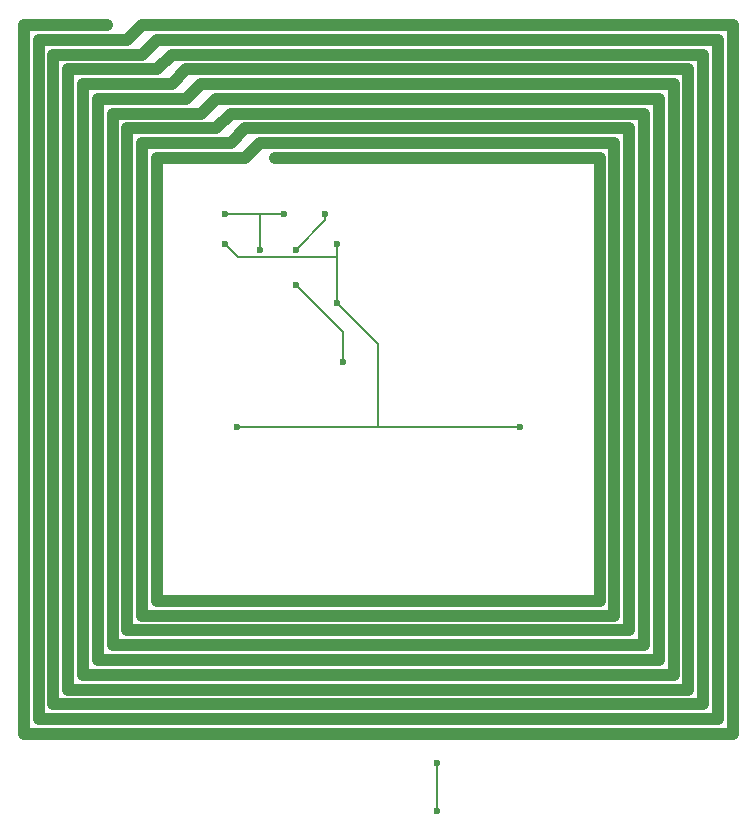
<source format=gbr>
%TF.GenerationSoftware,KiCad,Pcbnew,8.0.3-8.0.3-0~ubuntu24.04.1*%
%TF.CreationDate,2024-06-13T23:12:46+05:00*%
%TF.ProjectId,solartap_mcu_clear_60x60_g250,736f6c61-7274-4617-905f-6d63755f636c,rev?*%
%TF.SameCoordinates,Original*%
%TF.FileFunction,Copper,L2,Bot*%
%TF.FilePolarity,Positive*%
%FSLAX46Y46*%
G04 Gerber Fmt 4.6, Leading zero omitted, Abs format (unit mm)*
G04 Created by KiCad (PCBNEW 8.0.3-8.0.3-0~ubuntu24.04.1) date 2024-06-13 23:12:46*
%MOMM*%
%LPD*%
G01*
G04 APERTURE LIST*
%TA.AperFunction,ViaPad*%
%ADD10C,0.600000*%
%TD*%
%TA.AperFunction,Conductor*%
%ADD11C,1.000000*%
%TD*%
%TA.AperFunction,Conductor*%
%ADD12C,0.200000*%
%TD*%
G04 APERTURE END LIST*
D10*
%TO.N,Net-(U1-NFC1{slash}P0.09)*%
X86250000Y-53750000D03*
X72000000Y-42500000D03*
%TO.N,+3.3V*%
X82000000Y-61000000D03*
X91500000Y-66000000D03*
X91500000Y-61000000D03*
X83000000Y-76500000D03*
X107000000Y-76500000D03*
%TO.N,GND*%
X88000000Y-61500000D03*
X100000000Y-105000000D03*
X92000000Y-71000000D03*
X88000000Y-64500000D03*
X100000000Y-109000000D03*
X87000000Y-58500000D03*
X90500000Y-58500000D03*
X85000000Y-61500000D03*
X82000000Y-58500000D03*
%TD*%
D11*
%TO.N,Net-(U1-NFC1{slash}P0.09)*%
X82500000Y-52500000D02*
X75000000Y-52500000D01*
X78750000Y-46250000D02*
X77500000Y-47500000D01*
X75000000Y-92500000D02*
X115000000Y-92500000D01*
X80000000Y-50000000D02*
X72500000Y-50000000D01*
X78750000Y-48750000D02*
X71250000Y-48750000D01*
X117500000Y-50000000D02*
X82500000Y-50000000D01*
X70000000Y-97500000D02*
X120000000Y-97500000D01*
X75000000Y-42500000D02*
X73750000Y-43750000D01*
X123750000Y-101250000D02*
X123750000Y-43750000D01*
X66250000Y-43750000D02*
X66250000Y-101250000D01*
X70000000Y-47500000D02*
X70000000Y-97500000D01*
X115000000Y-52500000D02*
X85000000Y-52500000D01*
X83750000Y-51250000D02*
X82500000Y-52500000D01*
X125000000Y-102500000D02*
X125000000Y-42500000D01*
X65000000Y-102500000D02*
X125000000Y-102500000D01*
X76250000Y-46250000D02*
X68750000Y-46250000D01*
X66250000Y-101250000D02*
X123750000Y-101250000D01*
X83750000Y-53750000D02*
X76250000Y-53750000D01*
X76250000Y-91250000D02*
X113750000Y-91250000D01*
X116250000Y-93750000D02*
X116250000Y-51250000D01*
X122500000Y-100000000D02*
X122500000Y-45000000D01*
X113750000Y-91250000D02*
X113750000Y-53750000D01*
X68750000Y-46250000D02*
X68750000Y-98750000D01*
X67500000Y-45000000D02*
X67500000Y-100000000D01*
X115000000Y-92500000D02*
X115000000Y-52500000D01*
X122500000Y-45000000D02*
X77500000Y-45000000D01*
X121250000Y-98750000D02*
X121250000Y-46250000D01*
X81250000Y-51250000D02*
X73750000Y-51250000D01*
X81250000Y-48750000D02*
X80000000Y-50000000D01*
X72500000Y-50000000D02*
X72500000Y-95000000D01*
X121250000Y-46250000D02*
X78750000Y-46250000D01*
X118750000Y-96250000D02*
X118750000Y-48750000D01*
X120000000Y-97500000D02*
X120000000Y-47500000D01*
X120000000Y-47500000D02*
X80000000Y-47500000D01*
X117500000Y-95000000D02*
X117500000Y-50000000D01*
X72500000Y-95000000D02*
X117500000Y-95000000D01*
X118750000Y-48750000D02*
X81250000Y-48750000D01*
X75000000Y-52500000D02*
X75000000Y-92500000D01*
X73750000Y-51250000D02*
X73750000Y-93750000D01*
X116250000Y-51250000D02*
X83750000Y-51250000D01*
X125000000Y-42500000D02*
X75000000Y-42500000D01*
X76250000Y-43750000D02*
X75000000Y-45000000D01*
X85000000Y-52500000D02*
X83750000Y-53750000D01*
X76250000Y-53750000D02*
X76250000Y-91250000D01*
X68750000Y-98750000D02*
X121250000Y-98750000D01*
X71250000Y-48750000D02*
X71250000Y-96250000D01*
X71250000Y-96250000D02*
X118750000Y-96250000D01*
X113750000Y-53750000D02*
X86250000Y-53750000D01*
X73750000Y-93750000D02*
X116250000Y-93750000D01*
X67500000Y-100000000D02*
X122500000Y-100000000D01*
X123750000Y-43750000D02*
X76250000Y-43750000D01*
X80000000Y-47500000D02*
X78750000Y-48750000D01*
X77500000Y-47500000D02*
X70000000Y-47500000D01*
X75000000Y-45000000D02*
X67500000Y-45000000D01*
X82500000Y-50000000D02*
X81250000Y-51250000D01*
X73750000Y-43750000D02*
X66250000Y-43750000D01*
X77500000Y-45000000D02*
X76250000Y-46250000D01*
X65000000Y-42500000D02*
X65000000Y-102500000D01*
X72000000Y-42500000D02*
X65000000Y-42500000D01*
X71900000Y-42500000D02*
X72000000Y-42500000D01*
D12*
%TO.N,+3.3V*%
X91500000Y-66000000D02*
X95000000Y-69500000D01*
X95000000Y-76500000D02*
X107000000Y-76500000D01*
X91500000Y-62000000D02*
X91500000Y-66000000D01*
X95000000Y-69500000D02*
X95000000Y-76500000D01*
X91500000Y-61000000D02*
X91500000Y-62000000D01*
X83100000Y-62100000D02*
X91400000Y-62100000D01*
X82000000Y-61000000D02*
X83100000Y-62100000D01*
X91400000Y-62100000D02*
X91500000Y-62000000D01*
X107000000Y-76500000D02*
X83000000Y-76500000D01*
%TO.N,GND*%
X100000000Y-105000000D02*
X100000000Y-109000000D01*
X92000000Y-68500000D02*
X92000000Y-71000000D01*
X88000000Y-64500000D02*
X92000000Y-68500000D01*
X88000000Y-61500000D02*
X90500000Y-59000000D01*
X85000000Y-61500000D02*
X85000000Y-58500000D01*
X84000000Y-58500000D02*
X87000000Y-58500000D01*
X90500000Y-59000000D02*
X90500000Y-58500000D01*
X82000000Y-58500000D02*
X84000000Y-58500000D01*
%TD*%
M02*

</source>
